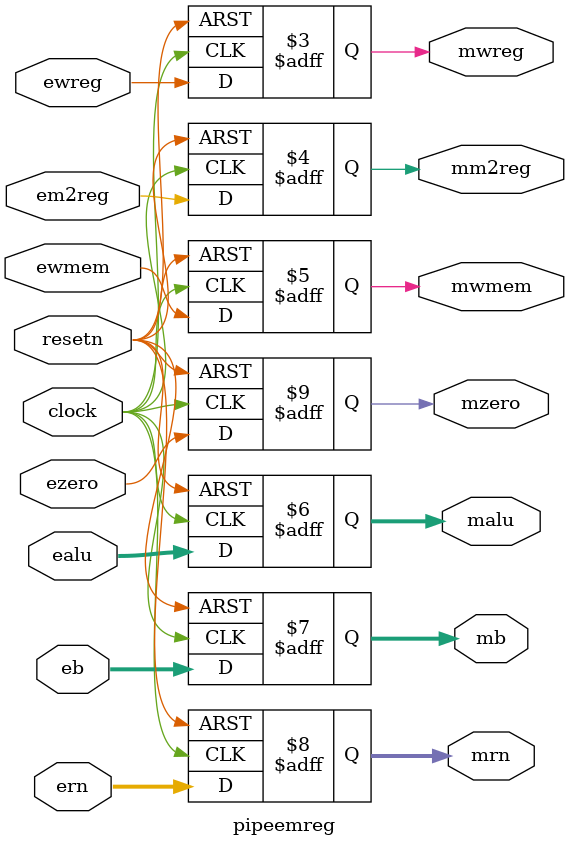
<source format=v>
module pipeemreg(ewreg, em2reg,ewmem,ealu,eb,ern,ezero,clock,resetn,mwreg,
	mm2reg,mwmem,malu,mb,mrn,mzero);
	
	input wire ewreg, em2reg, ewmem;
	input wire [31:0] ealu, eb;
	input wire [4:0] ern;
	input wire clock, resetn, ezero;
	
	output reg mwreg, mm2reg, mwmem;
	output reg [31:0] malu, mb;
	output reg [4:0] mrn;
	output reg mzero;
	
	always @ (posedge clock or negedge resetn)
	begin
		if (resetn == 0)
		begin
			mwreg <= 0;
			mm2reg <= 0;
			mwmem <= 0;
			malu <= 0;
			mb <= 0;
			mrn <= 0;
			mzero <= 0;
			
		end
		else
		begin
			mwreg <= ewreg;
			mm2reg <= em2reg;
			mwmem <= ewmem;
			malu <= ealu;
			mb <= eb;
			mrn <= ern;
			mzero <= ezero;
		end
	end

endmodule
</source>
